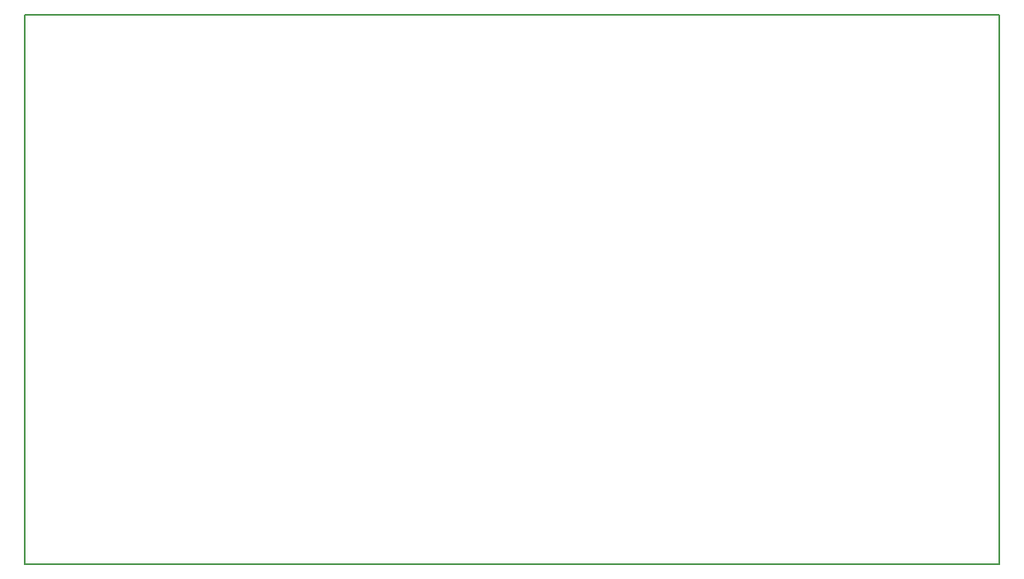
<source format=gbr>
G04 #@! TF.GenerationSoftware,KiCad,Pcbnew,8.0.1*
G04 #@! TF.CreationDate,2024-04-11T14:17:07+02:00*
G04 #@! TF.ProjectId,tipi,74697069-2e6b-4696-9361-645f70636258,2*
G04 #@! TF.SameCoordinates,Original*
G04 #@! TF.FileFunction,Profile,NP*
%FSLAX46Y46*%
G04 Gerber Fmt 4.6, Leading zero omitted, Abs format (unit mm)*
G04 Created by KiCad (PCBNEW 8.0.1) date 2024-04-11 14:17:08*
%MOMM*%
%LPD*%
G01*
G04 APERTURE LIST*
G04 #@! TA.AperFunction,Profile*
%ADD10C,0.150000*%
G04 #@! TD*
G04 APERTURE END LIST*
D10*
X135560000Y-99060000D02*
X135560000Y-155575000D01*
X35560000Y-155575000D02*
X35560000Y-99060000D01*
X135560000Y-155575000D02*
X35560000Y-155575000D01*
X35560000Y-99060000D02*
X135559800Y-99060000D01*
M02*

</source>
